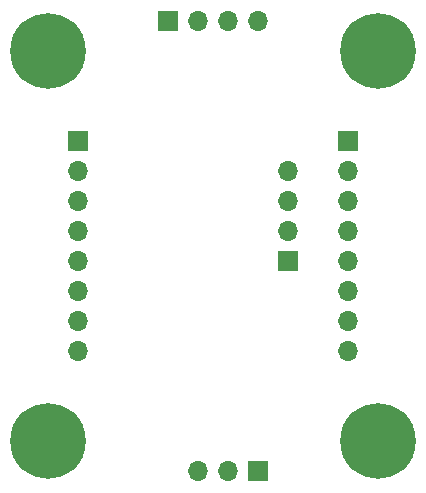
<source format=gbr>
%TF.GenerationSoftware,KiCad,Pcbnew,5.1.10-6.fc33*%
%TF.CreationDate,2021-11-22T15:00:23-05:00*%
%TF.ProjectId,ha_monitor,68615f6d-6f6e-4697-946f-722e6b696361,rev?*%
%TF.SameCoordinates,Original*%
%TF.FileFunction,Soldermask,Bot*%
%TF.FilePolarity,Negative*%
%FSLAX46Y46*%
G04 Gerber Fmt 4.6, Leading zero omitted, Abs format (unit mm)*
G04 Created by KiCad (PCBNEW 5.1.10-6.fc33) date 2021-11-22 15:00:23*
%MOMM*%
%LPD*%
G01*
G04 APERTURE LIST*
%ADD10O,1.700000X1.700000*%
%ADD11R,1.700000X1.700000*%
%ADD12C,6.400000*%
G04 APERTURE END LIST*
D10*
%TO.C,J4*%
X68580000Y-53340000D03*
X68580000Y-55880000D03*
X68580000Y-58420000D03*
D11*
X68580000Y-60960000D03*
%TD*%
%TO.C,J1*%
X58420000Y-40640000D03*
D10*
X60960000Y-40640000D03*
X63500000Y-40640000D03*
X66040000Y-40640000D03*
%TD*%
D11*
%TO.C,J2*%
X50800000Y-50800000D03*
D10*
X50800000Y-53340000D03*
X50800000Y-55880000D03*
X50800000Y-58420000D03*
X50800000Y-60960000D03*
X50800000Y-63500000D03*
X50800000Y-66040000D03*
X50800000Y-68580000D03*
%TD*%
%TO.C,J3*%
X73660000Y-68580000D03*
X73660000Y-66040000D03*
X73660000Y-63500000D03*
X73660000Y-60960000D03*
X73660000Y-58420000D03*
X73660000Y-55880000D03*
X73660000Y-53340000D03*
D11*
X73660000Y-50800000D03*
%TD*%
D12*
%TO.C,H1*%
X48260000Y-76200000D03*
%TD*%
%TO.C,H2*%
X48260000Y-43180000D03*
%TD*%
%TO.C,H3*%
X76200000Y-43180000D03*
%TD*%
%TO.C,H4*%
X76200000Y-76200000D03*
%TD*%
D11*
%TO.C,J5*%
X66040000Y-78740000D03*
D10*
X63500000Y-78740000D03*
X60960000Y-78740000D03*
%TD*%
M02*

</source>
